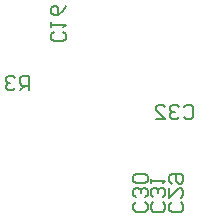
<source format=gbo>
G04 Layer_Color=32896*
%FSLAX43Y43*%
%MOMM*%
G71*
G01*
G75*
%ADD38C,0.150*%
D38*
X27300Y20400D02*
X27500Y20200D01*
Y19800D01*
X27300Y19600D01*
X26500D01*
X26300Y19800D01*
Y20200D01*
X26500Y20400D01*
X26300Y20800D02*
Y21199D01*
Y21000D01*
X27500D01*
X27300Y20800D01*
X27500Y22599D02*
X27300Y22199D01*
X26900Y21799D01*
X26500D01*
X26300Y21999D01*
Y22399D01*
X26500Y22599D01*
X26700D01*
X26900Y22399D01*
Y21799D01*
X37275Y5950D02*
X37475Y5750D01*
Y5350D01*
X37275Y5150D01*
X36475D01*
X36275Y5350D01*
Y5750D01*
X36475Y5950D01*
X36275Y7149D02*
Y6350D01*
X37075Y7149D01*
X37275D01*
X37475Y6949D01*
Y6550D01*
X37275Y6350D01*
X36475Y7549D02*
X36275Y7749D01*
Y8149D01*
X36475Y8349D01*
X37275D01*
X37475Y8149D01*
Y7749D01*
X37275Y7549D01*
X37075D01*
X36875Y7749D01*
Y8349D01*
X34250Y5975D02*
X34450Y5775D01*
Y5375D01*
X34250Y5175D01*
X33450D01*
X33250Y5375D01*
Y5775D01*
X33450Y5975D01*
X34250Y6375D02*
X34450Y6575D01*
Y6974D01*
X34250Y7174D01*
X34050D01*
X33850Y6974D01*
Y6774D01*
Y6974D01*
X33650Y7174D01*
X33450D01*
X33250Y6974D01*
Y6575D01*
X33450Y6375D01*
X34250Y7574D02*
X34450Y7774D01*
Y8174D01*
X34250Y8374D01*
X33450D01*
X33250Y8174D01*
Y7774D01*
X33450Y7574D01*
X34250D01*
X35725Y5975D02*
X35925Y5775D01*
Y5375D01*
X35725Y5175D01*
X34925D01*
X34725Y5375D01*
Y5775D01*
X34925Y5975D01*
X35725Y6375D02*
X35925Y6575D01*
Y6974D01*
X35725Y7174D01*
X35525D01*
X35325Y6974D01*
Y6774D01*
Y6974D01*
X35125Y7174D01*
X34925D01*
X34725Y6974D01*
Y6575D01*
X34925Y6375D01*
X34725Y7574D02*
Y7974D01*
Y7774D01*
X35925D01*
X35725Y7574D01*
X37525Y14000D02*
X37725Y14200D01*
X38125D01*
X38325Y14000D01*
Y13200D01*
X38125Y13000D01*
X37725D01*
X37525Y13200D01*
X37125Y14000D02*
X36925Y14200D01*
X36526D01*
X36326Y14000D01*
Y13800D01*
X36526Y13600D01*
X36726D01*
X36526D01*
X36326Y13400D01*
Y13200D01*
X36526Y13000D01*
X36925D01*
X37125Y13200D01*
X35126Y13000D02*
X35926D01*
X35126Y13800D01*
Y14000D01*
X35326Y14200D01*
X35726D01*
X35926Y14000D01*
X24425Y15450D02*
Y16650D01*
X23825D01*
X23625Y16450D01*
Y16050D01*
X23825Y15850D01*
X24425D01*
X24025D02*
X23625Y15450D01*
X23225Y16450D02*
X23025Y16650D01*
X22626D01*
X22426Y16450D01*
Y16250D01*
X22626Y16050D01*
X22826D01*
X22626D01*
X22426Y15850D01*
Y15650D01*
X22626Y15450D01*
X23025D01*
X23225Y15650D01*
M02*

</source>
